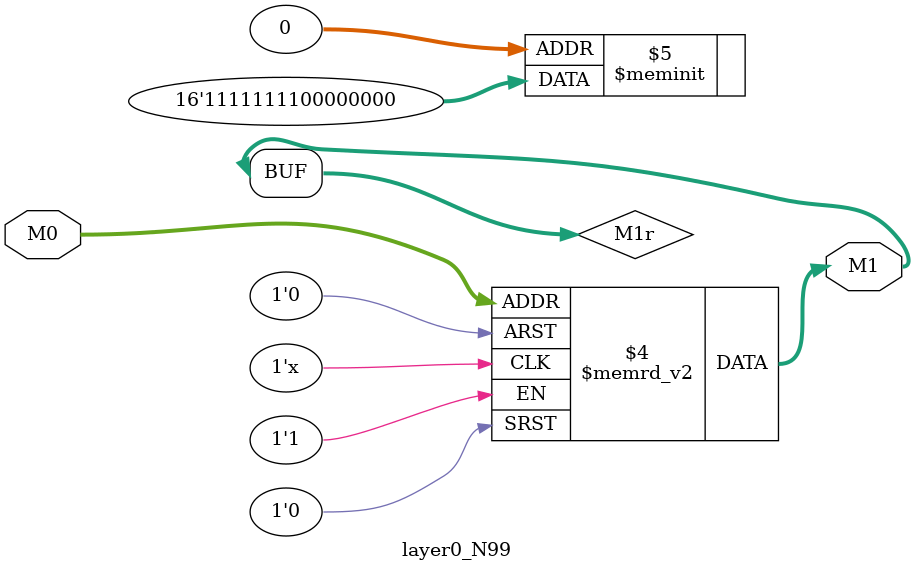
<source format=v>
module layer0_N99 ( input [2:0] M0, output [1:0] M1 );

	(*rom_style = "distributed" *) reg [1:0] M1r;
	assign M1 = M1r;
	always @ (M0) begin
		case (M0)
			3'b000: M1r = 2'b00;
			3'b100: M1r = 2'b11;
			3'b010: M1r = 2'b00;
			3'b110: M1r = 2'b11;
			3'b001: M1r = 2'b00;
			3'b101: M1r = 2'b11;
			3'b011: M1r = 2'b00;
			3'b111: M1r = 2'b11;

		endcase
	end
endmodule

</source>
